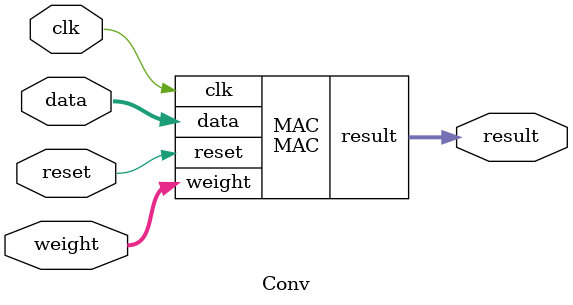
<source format=v>
`timescale 1ns / 1ps

module Exp7();
endmodule


module MULTS
    (
    input [7:0] A,
    input [7:0] X,
    output [15:0]result
    );
    
    wire [15:0]PP[7:0];
 
    genvar i;
    generate
        for(i = 0; i <= 7; i = i + 1)
        begin: PP_LOOP //PARTIAL PRODUCT
            assign PP[i][15:0] = (X[i] * A) << i;
        end
    endgenerate
    
    wire [15:0] sum [6:0];
    wire cout [6:0];
    
    // sum of partial product
    CLA CLA1(PP[0][15:0], PP[1][15:0], 0, cout[0], sum[0][15:0]); 
    CLA CLA2(PP[2][15:0], PP[3][15:0], 0, cout[1], sum[1][15:0]); 
    CLA CLA3(PP[4][15:0], PP[5][15:0], 0, cout[2], sum[2][15:0]); 
    CLA CLA4(PP[6][15:0], PP[7][15:0], 0, cout[3], sum[3][15:0]);
    
    // sum of result of partial product
    CLA CLA5(sum[0][15:0], sum[1][15:0], 0, cout[4], sum[4][15:0]); 
    CLA CLA6(sum[2][15:0], sum[3][15:0], 0, cout[5], sum[5][15:0]); 
    CLA CLA7(sum[4][15:0], sum[5][15:0], 0, cout[6], sum[6][15:0]); 
    assign result[15:0] = sum[6][15:0];
endmodule


module MULTS_signed
    (
    input [7:0] A,
    input [7:0] X,
    output [15:0] result
    );
    
    wire [7:0] PP [7:0];
    wire [7:0] PP_BW [7:0];
    wire [15:0] PP_shift [7:0];
 
    genvar i;
    generate
        for(i = 0; i <= 7; i = i + 1)
        begin: PP_LOOP
            assign PP[i][7:0] = (X[i] * A);
        end
    endgenerate
 
    genvar z, t;
    generate
        for(z = 0; z <= 7; z = z + 1)
        begin: PP_BW_LOOP
            for(t = 0; t <= 7; t = t + 1)        
            begin
                if(z != 7)
                begin
                    if(t != 7) 
                        assign PP_BW[z][t] = PP[z][t];
                    else
                        assign PP_BW[z][t] = ~PP[z][t];
                end
            else
            begin
                if(t == 7)
                    assign PP_BW[z][t] = PP[z][t];
                else
                    assign PP_BW[z][t] = ~PP[z][t];
                end
            end
        end 
    endgenerate
    
    genvar j;
    generate
    for(j = 0; j <= 7; j = j + 1)
    begin: PP_SHIFT_LOOP
        assign PP_shift[j][15:0] = PP_BW[j] << j;
    end
    endgenerate
 
    wire [15:0] sum [7:0];
    wire cout [7:0];
 
    CLA CLA1(PP_shift[0][15:0], PP_shift[1][15:0], 0, cout[0], sum[0][15:0]); 
    CLA CLA2(PP_shift[2][15:0], PP_shift[3][15:0], 0, cout[1], sum[1][15:0]); 
    CLA CLA3(PP_shift[4][15:0], PP_shift[5][15:0], 0, cout[2], sum[2][15:0]); 
    CLA CLA4(PP_shift[6][15:0], PP_shift[7][15:0], 0, cout[3], sum[3][15:0]);
    
    CLA CLA5(sum[0][15:0], sum[1][15:0], 0, cout[4], sum[4][15:0]); 
    CLA CLA6(sum[2][15:0], sum[3][15:0], 0, cout[5], sum[5][15:0]); 
    CLA CLA7(sum[4][15:0], sum[5][15:0], 0, cout[6], sum[6][15:0]); 
    CLA CLA8(sum[6][15:0], 16'b1000000100000000, 0, cout[7], sum[7][15:0]);
    assign result[15:0] = sum[7][15:0];
endmodule


module MULTB

    (
    input signed [7:0] A,
    input signed [7:0] B,
    output reg signed [15:0] result
    );
    always @ *
    begin
        result <= A * B;
    end
endmodule


module MAC
    (
    input clk,
    input reset,
    input signed [23:0] data,
    input signed [23:0] weight,
    output reg signed [15:0] result
    );
    
    wire signed [15:0] product [2:0];
    wire signed [15:0] sum [1:0];
    reg [1:0] count;
    
    MULTB MULT0(data[7:0], weight[7:0], product[0][15:0]);
    
    MULTB MULT1(data[15:8], weight[15:8], product[1][15:0]);
    
    MULTB MULT2(data[23:16], weight[23:16], product[2][15:0]);
    
    Behav_Adder ADD1(product[0][15:0], product[1][15:0], sum[0][15:0]);
    
    Behav_Adder ADD2(product[2][15:0], sum[0][15:0], sum[1][15:0]);
    
    always @ (posedge clk or posedge reset)
    begin
        if(reset)
        begin
            count <= 0;
            result <= 0;
        end
        else
        begin
            result <= result + sum[1][15:0];
            count <= count + 1;
        end
    end 
endmodule

module Conv

    (
    input clk,
    input reset,
    input signed [23:0] data,
    input signed [23:0] weight,
    output signed [15:0] result
    );
    
    MAC MAC
    (
    .clk(clk),
    .reset(reset),
    .data(data),
    .weight(weight),
    .result(result)
    );
endmodule

</source>
